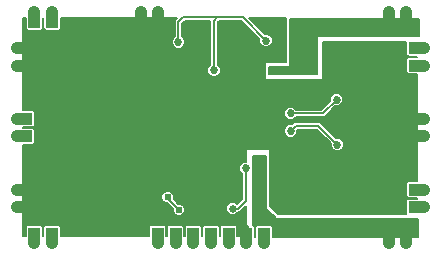
<source format=gbr>
G04 #@! TF.FileFunction,Copper,L2,Bot,Signal*
%FSLAX46Y46*%
G04 Gerber Fmt 4.6, Leading zero omitted, Abs format (unit mm)*
G04 Created by KiCad (PCBNEW (2015-09-15 BZR 13, Git 37c8462)-brewed_product) date Thursday, 17 September 2015 'pmt' 19:10:14*
%MOMM*%
G01*
G04 APERTURE LIST*
%ADD10C,0.020000*%
%ADD11C,0.609600*%
%ADD12C,1.041400*%
%ADD13R,1.000000X1.200000*%
%ADD14R,1.200000X1.000000*%
%ADD15C,0.700000*%
%ADD16C,0.635000*%
%ADD17C,0.685800*%
%ADD18C,0.200000*%
%ADD19C,0.152400*%
G04 APERTURE END LIST*
D10*
D11*
X138500000Y-95400000D03*
X138500000Y-94400000D03*
X138500000Y-93400000D03*
X138500000Y-92400000D03*
X138500000Y-106100000D03*
X138500000Y-105100000D03*
X138500000Y-104100000D03*
X138500000Y-103100000D03*
X138500000Y-102100000D03*
X131950000Y-102725000D03*
X132300000Y-102000000D03*
X133300000Y-94300000D03*
X134100000Y-94300000D03*
X130000000Y-91700000D03*
X127500000Y-91700000D03*
X133400000Y-98725000D03*
X134150000Y-98750000D03*
X134200000Y-103000000D03*
X133200000Y-103000000D03*
X121900000Y-95000000D03*
X121100000Y-95000000D03*
X122700000Y-95000000D03*
X122800000Y-102000000D03*
X122000000Y-102000000D03*
X121200000Y-102000000D03*
X143900000Y-98500000D03*
X143900000Y-99900000D03*
X143500000Y-99200000D03*
X143100000Y-99900000D03*
X142300000Y-99900000D03*
X141500000Y-99900000D03*
X141900000Y-99200000D03*
X142700000Y-99200000D03*
X143100000Y-98500000D03*
X142300000Y-98500000D03*
X141500000Y-98500000D03*
D12*
X127950000Y-109000000D03*
D13*
X130950000Y-108300000D03*
D12*
X129450000Y-109000000D03*
X130950000Y-109000000D03*
X126450000Y-109000000D03*
X124950000Y-109000000D03*
X123450000Y-109000000D03*
D13*
X129450000Y-108300000D03*
X127950000Y-108300000D03*
X126450000Y-108300000D03*
X124950000Y-108300000D03*
X123450000Y-108300000D03*
D14*
X112200000Y-104500000D03*
D12*
X111500000Y-106000000D03*
X111500000Y-104500000D03*
D14*
X112200000Y-106000000D03*
X112200000Y-92500000D03*
D12*
X111500000Y-94000000D03*
X111500000Y-92500000D03*
D14*
X112200000Y-94000000D03*
D13*
X123500000Y-90200000D03*
D12*
X122000000Y-89500000D03*
X123500000Y-89500000D03*
D13*
X122000000Y-90200000D03*
D14*
X145300000Y-100000000D03*
D12*
X146000000Y-98500000D03*
X146000000Y-100000000D03*
D14*
X145300000Y-98500000D03*
D13*
X113000000Y-108300000D03*
D12*
X114500000Y-109000000D03*
X113000000Y-109000000D03*
D13*
X114500000Y-108300000D03*
X114500000Y-90200000D03*
D12*
X113000000Y-89500000D03*
X114500000Y-89500000D03*
D13*
X113000000Y-90200000D03*
D14*
X145300000Y-106000000D03*
D12*
X146000000Y-104500000D03*
X146000000Y-106000000D03*
D14*
X145300000Y-104500000D03*
X145300000Y-94000000D03*
D12*
X146000000Y-92500000D03*
X146000000Y-94000000D03*
D14*
X145300000Y-92500000D03*
D13*
X144500000Y-90200000D03*
D12*
X143000000Y-89500000D03*
X144500000Y-89500000D03*
D13*
X143000000Y-90200000D03*
X143000000Y-108300000D03*
D12*
X144500000Y-109000000D03*
X143000000Y-109000000D03*
D13*
X144500000Y-108300000D03*
D14*
X112200000Y-98500000D03*
D12*
X111500000Y-100000000D03*
X111500000Y-98500000D03*
D14*
X112200000Y-100000000D03*
D13*
X132450000Y-108300000D03*
D12*
X132450000Y-109000000D03*
D15*
X128500000Y-98500000D03*
X129500000Y-98500000D03*
X130500000Y-98500000D03*
X130500000Y-97500000D03*
X130500000Y-96500000D03*
X129500000Y-96500000D03*
X129500000Y-97500000D03*
X128500000Y-97500000D03*
X128500000Y-96500000D03*
X127500000Y-96500000D03*
X127500000Y-97500000D03*
X126500000Y-96500000D03*
X126500000Y-97500000D03*
X126500000Y-98500000D03*
X127500000Y-98500000D03*
X126500000Y-99500000D03*
X126500000Y-100500000D03*
X127500000Y-100500000D03*
X127500000Y-99500000D03*
X128500000Y-99500000D03*
X128500000Y-100500000D03*
X129500000Y-100500000D03*
X129500000Y-99500000D03*
X130500000Y-99500000D03*
X130500000Y-100500000D03*
D16*
X130000000Y-105300000D03*
D17*
X122100000Y-91800000D03*
X133900000Y-90800000D03*
X132200000Y-93900000D03*
X125100000Y-102800000D03*
X123700000Y-103900000D03*
D16*
X129792231Y-106100000D03*
D17*
X130900000Y-102700000D03*
X132602676Y-91875636D03*
X125200000Y-92000000D03*
X128200000Y-94400000D03*
X138650000Y-100700000D03*
X134700000Y-99550000D03*
X138593658Y-96875894D03*
X134700000Y-98050000D03*
D11*
X124293294Y-105131580D03*
X125232806Y-106217908D03*
D18*
X128200000Y-90200000D02*
X128200000Y-94400000D01*
X128500000Y-89900000D02*
X128200000Y-90200000D01*
X130241243Y-106100000D02*
X129792231Y-106100000D01*
X130900000Y-102700000D02*
X130900000Y-105441243D01*
X130900000Y-105441243D02*
X130241243Y-106100000D01*
X130627040Y-89900000D02*
X132602676Y-91875636D01*
X128500000Y-89900000D02*
X130627040Y-89900000D01*
X125200000Y-90300000D02*
X125600000Y-89900000D01*
X125600000Y-89900000D02*
X128500000Y-89900000D01*
X125200000Y-92000000D02*
X125200000Y-90300000D01*
X135150000Y-99100000D02*
X137050000Y-99100000D01*
X137050000Y-99100000D02*
X138650000Y-100700000D01*
X134700000Y-99550000D02*
X135150000Y-99100000D01*
X137419552Y-98050000D02*
X138593658Y-96875894D01*
X134700000Y-98050000D02*
X137419552Y-98050000D01*
X124293294Y-105278396D02*
X124293294Y-105131580D01*
X125232806Y-106217908D02*
X124293294Y-105278396D01*
D19*
G36*
X145523800Y-91523800D02*
X137000000Y-91523800D01*
X136970354Y-91529803D01*
X136945379Y-91546868D01*
X136929011Y-91572305D01*
X136923800Y-91600000D01*
X136923800Y-94723800D01*
X132876200Y-94723800D01*
X132876200Y-94076200D01*
X134600000Y-94076200D01*
X134629646Y-94070197D01*
X134654621Y-94053132D01*
X134670989Y-94027695D01*
X134676200Y-94000000D01*
X134676200Y-90076200D01*
X145523800Y-90076200D01*
X145523800Y-91523800D01*
X145523800Y-91523800D01*
G37*
X145523800Y-91523800D02*
X137000000Y-91523800D01*
X136970354Y-91529803D01*
X136945379Y-91546868D01*
X136929011Y-91572305D01*
X136923800Y-91600000D01*
X136923800Y-94723800D01*
X132876200Y-94723800D01*
X132876200Y-94076200D01*
X134600000Y-94076200D01*
X134629646Y-94070197D01*
X134654621Y-94053132D01*
X134670989Y-94027695D01*
X134676200Y-94000000D01*
X134676200Y-90076200D01*
X145523800Y-90076200D01*
X145523800Y-91523800D01*
G36*
X132598801Y-106050423D02*
X132604969Y-106080036D01*
X132621118Y-106103882D01*
X133446118Y-106928882D01*
X133471327Y-106945599D01*
X133500000Y-106951200D01*
X145473800Y-106951200D01*
X145473800Y-108473800D01*
X133183078Y-108473800D01*
X133183078Y-107700000D01*
X133167138Y-107615286D01*
X133117072Y-107537482D01*
X133040680Y-107485285D01*
X132950000Y-107466922D01*
X131950000Y-107466922D01*
X131865286Y-107482862D01*
X131787482Y-107532928D01*
X131735285Y-107609320D01*
X131716922Y-107700000D01*
X131716922Y-108473800D01*
X131683078Y-108473800D01*
X131683078Y-107700000D01*
X131667138Y-107615286D01*
X131617072Y-107537482D01*
X131540680Y-107485285D01*
X131526200Y-107482353D01*
X131526200Y-101626200D01*
X132574222Y-101626200D01*
X132598801Y-106050423D01*
X132598801Y-106050423D01*
G37*
X132598801Y-106050423D02*
X132604969Y-106080036D01*
X132621118Y-106103882D01*
X133446118Y-106928882D01*
X133471327Y-106945599D01*
X133500000Y-106951200D01*
X145473800Y-106951200D01*
X145473800Y-108473800D01*
X133183078Y-108473800D01*
X133183078Y-107700000D01*
X133167138Y-107615286D01*
X133117072Y-107537482D01*
X133040680Y-107485285D01*
X132950000Y-107466922D01*
X131950000Y-107466922D01*
X131865286Y-107482862D01*
X131787482Y-107532928D01*
X131735285Y-107609320D01*
X131716922Y-107700000D01*
X131716922Y-108473800D01*
X131683078Y-108473800D01*
X131683078Y-107700000D01*
X131667138Y-107615286D01*
X131617072Y-107537482D01*
X131540680Y-107485285D01*
X131526200Y-107482353D01*
X131526200Y-101626200D01*
X132574222Y-101626200D01*
X132598801Y-106050423D01*
G36*
X112266922Y-90800000D02*
X112282862Y-90884714D01*
X112332928Y-90962518D01*
X112409320Y-91014715D01*
X112500000Y-91033078D01*
X113500000Y-91033078D01*
X113584714Y-91017138D01*
X113662518Y-90967072D01*
X113714715Y-90890680D01*
X113733078Y-90800000D01*
X113733078Y-89976200D01*
X113766922Y-89976200D01*
X113766922Y-90800000D01*
X113782862Y-90884714D01*
X113832928Y-90962518D01*
X113909320Y-91014715D01*
X114000000Y-91033078D01*
X115000000Y-91033078D01*
X115084714Y-91017138D01*
X115162518Y-90967072D01*
X115214715Y-90890680D01*
X115233078Y-90800000D01*
X115233078Y-89976200D01*
X125059090Y-89976200D01*
X124967645Y-90067645D01*
X124896413Y-90174250D01*
X124871400Y-90300000D01*
X124871400Y-91520509D01*
X124715789Y-91675849D01*
X124628600Y-91885823D01*
X124628401Y-92113180D01*
X124715224Y-92323306D01*
X124875849Y-92484211D01*
X125085823Y-92571400D01*
X125313180Y-92571599D01*
X125523306Y-92484776D01*
X125684211Y-92324151D01*
X125771400Y-92114177D01*
X125771599Y-91886820D01*
X125684776Y-91676694D01*
X125528600Y-91520246D01*
X125528600Y-90436110D01*
X125736111Y-90228600D01*
X127871400Y-90228600D01*
X127871400Y-93920509D01*
X127715789Y-94075849D01*
X127628600Y-94285823D01*
X127628401Y-94513180D01*
X127715224Y-94723306D01*
X127875849Y-94884211D01*
X128085823Y-94971400D01*
X128313180Y-94971599D01*
X128523306Y-94884776D01*
X128684211Y-94724151D01*
X128771400Y-94514177D01*
X128771599Y-94286820D01*
X128684776Y-94076694D01*
X128528600Y-93920246D01*
X128528600Y-90336110D01*
X128636110Y-90228600D01*
X130490930Y-90228600D01*
X132031269Y-91768939D01*
X132031077Y-91988816D01*
X132117900Y-92198942D01*
X132278525Y-92359847D01*
X132488499Y-92447036D01*
X132715856Y-92447235D01*
X132925982Y-92360412D01*
X133086887Y-92199787D01*
X133174076Y-91989813D01*
X133174275Y-91762456D01*
X133087452Y-91552330D01*
X132926827Y-91391425D01*
X132716853Y-91304236D01*
X132495793Y-91304043D01*
X131167950Y-89976200D01*
X134323800Y-89976200D01*
X134323800Y-93723800D01*
X132600000Y-93723800D01*
X132570354Y-93729803D01*
X132545379Y-93746868D01*
X132529011Y-93772305D01*
X132523800Y-93800000D01*
X132523800Y-95100000D01*
X132529803Y-95129646D01*
X132546868Y-95154621D01*
X132572305Y-95170989D01*
X132600000Y-95176200D01*
X137400000Y-95176200D01*
X137429646Y-95170197D01*
X137454621Y-95153132D01*
X137470989Y-95127695D01*
X137476200Y-95100000D01*
X137476200Y-91976200D01*
X144471742Y-91976200D01*
X144466922Y-92000000D01*
X144466922Y-93000000D01*
X144482862Y-93084714D01*
X144532928Y-93162518D01*
X144609320Y-93214715D01*
X144700000Y-93233078D01*
X145423800Y-93233078D01*
X145423800Y-93266922D01*
X144700000Y-93266922D01*
X144615286Y-93282862D01*
X144537482Y-93332928D01*
X144485285Y-93409320D01*
X144466922Y-93500000D01*
X144466922Y-94500000D01*
X144482862Y-94584714D01*
X144532928Y-94662518D01*
X144609320Y-94714715D01*
X144700000Y-94733078D01*
X145423800Y-94733078D01*
X145423800Y-103766922D01*
X144700000Y-103766922D01*
X144615286Y-103782862D01*
X144537482Y-103832928D01*
X144485285Y-103909320D01*
X144466922Y-104000000D01*
X144466922Y-105000000D01*
X144482862Y-105084714D01*
X144532928Y-105162518D01*
X144609320Y-105214715D01*
X144700000Y-105233078D01*
X145423800Y-105233078D01*
X145423800Y-105266922D01*
X144700000Y-105266922D01*
X144615286Y-105282862D01*
X144537482Y-105332928D01*
X144485285Y-105409320D01*
X144466922Y-105500000D01*
X144466922Y-106500000D01*
X144471400Y-106523800D01*
X133631564Y-106523800D01*
X132976200Y-105868436D01*
X132976200Y-101100000D01*
X132970197Y-101070354D01*
X132953132Y-101045379D01*
X132927695Y-101029011D01*
X132900000Y-101023800D01*
X131000000Y-101023800D01*
X130970354Y-101029803D01*
X130945379Y-101046868D01*
X130929011Y-101072305D01*
X130923800Y-101100000D01*
X130923800Y-102128521D01*
X130786820Y-102128401D01*
X130576694Y-102215224D01*
X130415789Y-102375849D01*
X130328600Y-102585823D01*
X130328401Y-102813180D01*
X130415224Y-103023306D01*
X130571400Y-103179754D01*
X130571400Y-105305133D01*
X130170540Y-105705993D01*
X130101976Y-105637309D01*
X129901334Y-105553995D01*
X129684082Y-105553805D01*
X129483294Y-105636769D01*
X129329540Y-105790255D01*
X129246226Y-105990897D01*
X129246036Y-106208149D01*
X129329000Y-106408937D01*
X129482486Y-106562691D01*
X129683128Y-106646005D01*
X129900380Y-106646195D01*
X130101168Y-106563231D01*
X130236034Y-106428600D01*
X130241243Y-106428600D01*
X130366993Y-106403587D01*
X130473598Y-106332355D01*
X130923800Y-105882153D01*
X130923800Y-107500000D01*
X130929803Y-107529646D01*
X130946868Y-107554621D01*
X130972305Y-107570989D01*
X131000000Y-107576200D01*
X131123800Y-107576200D01*
X131123800Y-108423800D01*
X130183078Y-108423800D01*
X130183078Y-107700000D01*
X130167138Y-107615286D01*
X130117072Y-107537482D01*
X130040680Y-107485285D01*
X129950000Y-107466922D01*
X128950000Y-107466922D01*
X128865286Y-107482862D01*
X128787482Y-107532928D01*
X128735285Y-107609320D01*
X128716922Y-107700000D01*
X128716922Y-108423800D01*
X128683078Y-108423800D01*
X128683078Y-107700000D01*
X128667138Y-107615286D01*
X128617072Y-107537482D01*
X128540680Y-107485285D01*
X128450000Y-107466922D01*
X127450000Y-107466922D01*
X127365286Y-107482862D01*
X127287482Y-107532928D01*
X127235285Y-107609320D01*
X127216922Y-107700000D01*
X127216922Y-108423800D01*
X127183078Y-108423800D01*
X127183078Y-107700000D01*
X127167138Y-107615286D01*
X127117072Y-107537482D01*
X127040680Y-107485285D01*
X126950000Y-107466922D01*
X125950000Y-107466922D01*
X125865286Y-107482862D01*
X125787482Y-107532928D01*
X125735285Y-107609320D01*
X125716922Y-107700000D01*
X125716922Y-108423800D01*
X125683078Y-108423800D01*
X125683078Y-107700000D01*
X125667138Y-107615286D01*
X125617072Y-107537482D01*
X125540680Y-107485285D01*
X125450000Y-107466922D01*
X124450000Y-107466922D01*
X124365286Y-107482862D01*
X124287482Y-107532928D01*
X124235285Y-107609320D01*
X124216922Y-107700000D01*
X124216922Y-108423800D01*
X124183078Y-108423800D01*
X124183078Y-107700000D01*
X124167138Y-107615286D01*
X124117072Y-107537482D01*
X124040680Y-107485285D01*
X123950000Y-107466922D01*
X122950000Y-107466922D01*
X122865286Y-107482862D01*
X122787482Y-107532928D01*
X122735285Y-107609320D01*
X122716922Y-107700000D01*
X122716922Y-108423800D01*
X115233078Y-108423800D01*
X115233078Y-107700000D01*
X115217138Y-107615286D01*
X115167072Y-107537482D01*
X115090680Y-107485285D01*
X115000000Y-107466922D01*
X114000000Y-107466922D01*
X113915286Y-107482862D01*
X113837482Y-107532928D01*
X113785285Y-107609320D01*
X113766922Y-107700000D01*
X113766922Y-108423800D01*
X113733078Y-108423800D01*
X113733078Y-107700000D01*
X113717138Y-107615286D01*
X113667072Y-107537482D01*
X113590680Y-107485285D01*
X113500000Y-107466922D01*
X112500000Y-107466922D01*
X112415286Y-107482862D01*
X112337482Y-107532928D01*
X112285285Y-107609320D01*
X112266922Y-107700000D01*
X112266922Y-108423800D01*
X112076200Y-108423800D01*
X112076200Y-105237214D01*
X123759802Y-105237214D01*
X123840836Y-105433332D01*
X123990753Y-105583511D01*
X124186729Y-105664887D01*
X124215100Y-105664912D01*
X124699466Y-106149279D01*
X124699314Y-106323542D01*
X124780348Y-106519660D01*
X124930265Y-106669839D01*
X125126241Y-106751215D01*
X125338440Y-106751400D01*
X125534558Y-106670366D01*
X125684737Y-106520449D01*
X125766113Y-106324473D01*
X125766298Y-106112274D01*
X125685264Y-105916156D01*
X125535347Y-105765977D01*
X125339371Y-105684601D01*
X125164057Y-105684448D01*
X124794665Y-105315056D01*
X124826601Y-105238145D01*
X124826786Y-105025946D01*
X124745752Y-104829828D01*
X124595835Y-104679649D01*
X124399859Y-104598273D01*
X124187660Y-104598088D01*
X123991542Y-104679122D01*
X123841363Y-104829039D01*
X123759987Y-105025015D01*
X123759802Y-105237214D01*
X112076200Y-105237214D01*
X112076200Y-100733078D01*
X112800000Y-100733078D01*
X112884714Y-100717138D01*
X112962518Y-100667072D01*
X113014715Y-100590680D01*
X113033078Y-100500000D01*
X113033078Y-99663180D01*
X134128401Y-99663180D01*
X134215224Y-99873306D01*
X134375849Y-100034211D01*
X134585823Y-100121400D01*
X134813180Y-100121599D01*
X135023306Y-100034776D01*
X135184211Y-99874151D01*
X135271400Y-99664177D01*
X135271593Y-99443117D01*
X135286110Y-99428600D01*
X136913890Y-99428600D01*
X138078593Y-100593304D01*
X138078401Y-100813180D01*
X138165224Y-101023306D01*
X138325849Y-101184211D01*
X138535823Y-101271400D01*
X138763180Y-101271599D01*
X138973306Y-101184776D01*
X139134211Y-101024151D01*
X139221400Y-100814177D01*
X139221599Y-100586820D01*
X139134776Y-100376694D01*
X138974151Y-100215789D01*
X138764177Y-100128600D01*
X138543117Y-100128407D01*
X137282355Y-98867645D01*
X137175750Y-98796413D01*
X137050000Y-98771400D01*
X135150000Y-98771400D01*
X135024250Y-98796413D01*
X134917645Y-98867645D01*
X134806697Y-98978593D01*
X134586820Y-98978401D01*
X134376694Y-99065224D01*
X134215789Y-99225849D01*
X134128600Y-99435823D01*
X134128401Y-99663180D01*
X113033078Y-99663180D01*
X113033078Y-99500000D01*
X113017138Y-99415286D01*
X112967072Y-99337482D01*
X112890680Y-99285285D01*
X112800000Y-99266922D01*
X112076200Y-99266922D01*
X112076200Y-99233078D01*
X112800000Y-99233078D01*
X112884714Y-99217138D01*
X112962518Y-99167072D01*
X113014715Y-99090680D01*
X113033078Y-99000000D01*
X113033078Y-98163180D01*
X134128401Y-98163180D01*
X134215224Y-98373306D01*
X134375849Y-98534211D01*
X134585823Y-98621400D01*
X134813180Y-98621599D01*
X135023306Y-98534776D01*
X135179754Y-98378600D01*
X137419552Y-98378600D01*
X137545302Y-98353587D01*
X137651907Y-98282355D01*
X138486962Y-97447301D01*
X138706838Y-97447493D01*
X138916964Y-97360670D01*
X139077869Y-97200045D01*
X139165058Y-96990071D01*
X139165257Y-96762714D01*
X139078434Y-96552588D01*
X138917809Y-96391683D01*
X138707835Y-96304494D01*
X138480478Y-96304295D01*
X138270352Y-96391118D01*
X138109447Y-96551743D01*
X138022258Y-96761717D01*
X138022065Y-96982777D01*
X137283442Y-97721400D01*
X135179491Y-97721400D01*
X135024151Y-97565789D01*
X134814177Y-97478600D01*
X134586820Y-97478401D01*
X134376694Y-97565224D01*
X134215789Y-97725849D01*
X134128600Y-97935823D01*
X134128401Y-98163180D01*
X113033078Y-98163180D01*
X113033078Y-98000000D01*
X113017138Y-97915286D01*
X112967072Y-97837482D01*
X112890680Y-97785285D01*
X112800000Y-97766922D01*
X112076200Y-97766922D01*
X112076200Y-89976200D01*
X112266922Y-89976200D01*
X112266922Y-90800000D01*
X112266922Y-90800000D01*
G37*
X112266922Y-90800000D02*
X112282862Y-90884714D01*
X112332928Y-90962518D01*
X112409320Y-91014715D01*
X112500000Y-91033078D01*
X113500000Y-91033078D01*
X113584714Y-91017138D01*
X113662518Y-90967072D01*
X113714715Y-90890680D01*
X113733078Y-90800000D01*
X113733078Y-89976200D01*
X113766922Y-89976200D01*
X113766922Y-90800000D01*
X113782862Y-90884714D01*
X113832928Y-90962518D01*
X113909320Y-91014715D01*
X114000000Y-91033078D01*
X115000000Y-91033078D01*
X115084714Y-91017138D01*
X115162518Y-90967072D01*
X115214715Y-90890680D01*
X115233078Y-90800000D01*
X115233078Y-89976200D01*
X125059090Y-89976200D01*
X124967645Y-90067645D01*
X124896413Y-90174250D01*
X124871400Y-90300000D01*
X124871400Y-91520509D01*
X124715789Y-91675849D01*
X124628600Y-91885823D01*
X124628401Y-92113180D01*
X124715224Y-92323306D01*
X124875849Y-92484211D01*
X125085823Y-92571400D01*
X125313180Y-92571599D01*
X125523306Y-92484776D01*
X125684211Y-92324151D01*
X125771400Y-92114177D01*
X125771599Y-91886820D01*
X125684776Y-91676694D01*
X125528600Y-91520246D01*
X125528600Y-90436110D01*
X125736111Y-90228600D01*
X127871400Y-90228600D01*
X127871400Y-93920509D01*
X127715789Y-94075849D01*
X127628600Y-94285823D01*
X127628401Y-94513180D01*
X127715224Y-94723306D01*
X127875849Y-94884211D01*
X128085823Y-94971400D01*
X128313180Y-94971599D01*
X128523306Y-94884776D01*
X128684211Y-94724151D01*
X128771400Y-94514177D01*
X128771599Y-94286820D01*
X128684776Y-94076694D01*
X128528600Y-93920246D01*
X128528600Y-90336110D01*
X128636110Y-90228600D01*
X130490930Y-90228600D01*
X132031269Y-91768939D01*
X132031077Y-91988816D01*
X132117900Y-92198942D01*
X132278525Y-92359847D01*
X132488499Y-92447036D01*
X132715856Y-92447235D01*
X132925982Y-92360412D01*
X133086887Y-92199787D01*
X133174076Y-91989813D01*
X133174275Y-91762456D01*
X133087452Y-91552330D01*
X132926827Y-91391425D01*
X132716853Y-91304236D01*
X132495793Y-91304043D01*
X131167950Y-89976200D01*
X134323800Y-89976200D01*
X134323800Y-93723800D01*
X132600000Y-93723800D01*
X132570354Y-93729803D01*
X132545379Y-93746868D01*
X132529011Y-93772305D01*
X132523800Y-93800000D01*
X132523800Y-95100000D01*
X132529803Y-95129646D01*
X132546868Y-95154621D01*
X132572305Y-95170989D01*
X132600000Y-95176200D01*
X137400000Y-95176200D01*
X137429646Y-95170197D01*
X137454621Y-95153132D01*
X137470989Y-95127695D01*
X137476200Y-95100000D01*
X137476200Y-91976200D01*
X144471742Y-91976200D01*
X144466922Y-92000000D01*
X144466922Y-93000000D01*
X144482862Y-93084714D01*
X144532928Y-93162518D01*
X144609320Y-93214715D01*
X144700000Y-93233078D01*
X145423800Y-93233078D01*
X145423800Y-93266922D01*
X144700000Y-93266922D01*
X144615286Y-93282862D01*
X144537482Y-93332928D01*
X144485285Y-93409320D01*
X144466922Y-93500000D01*
X144466922Y-94500000D01*
X144482862Y-94584714D01*
X144532928Y-94662518D01*
X144609320Y-94714715D01*
X144700000Y-94733078D01*
X145423800Y-94733078D01*
X145423800Y-103766922D01*
X144700000Y-103766922D01*
X144615286Y-103782862D01*
X144537482Y-103832928D01*
X144485285Y-103909320D01*
X144466922Y-104000000D01*
X144466922Y-105000000D01*
X144482862Y-105084714D01*
X144532928Y-105162518D01*
X144609320Y-105214715D01*
X144700000Y-105233078D01*
X145423800Y-105233078D01*
X145423800Y-105266922D01*
X144700000Y-105266922D01*
X144615286Y-105282862D01*
X144537482Y-105332928D01*
X144485285Y-105409320D01*
X144466922Y-105500000D01*
X144466922Y-106500000D01*
X144471400Y-106523800D01*
X133631564Y-106523800D01*
X132976200Y-105868436D01*
X132976200Y-101100000D01*
X132970197Y-101070354D01*
X132953132Y-101045379D01*
X132927695Y-101029011D01*
X132900000Y-101023800D01*
X131000000Y-101023800D01*
X130970354Y-101029803D01*
X130945379Y-101046868D01*
X130929011Y-101072305D01*
X130923800Y-101100000D01*
X130923800Y-102128521D01*
X130786820Y-102128401D01*
X130576694Y-102215224D01*
X130415789Y-102375849D01*
X130328600Y-102585823D01*
X130328401Y-102813180D01*
X130415224Y-103023306D01*
X130571400Y-103179754D01*
X130571400Y-105305133D01*
X130170540Y-105705993D01*
X130101976Y-105637309D01*
X129901334Y-105553995D01*
X129684082Y-105553805D01*
X129483294Y-105636769D01*
X129329540Y-105790255D01*
X129246226Y-105990897D01*
X129246036Y-106208149D01*
X129329000Y-106408937D01*
X129482486Y-106562691D01*
X129683128Y-106646005D01*
X129900380Y-106646195D01*
X130101168Y-106563231D01*
X130236034Y-106428600D01*
X130241243Y-106428600D01*
X130366993Y-106403587D01*
X130473598Y-106332355D01*
X130923800Y-105882153D01*
X130923800Y-107500000D01*
X130929803Y-107529646D01*
X130946868Y-107554621D01*
X130972305Y-107570989D01*
X131000000Y-107576200D01*
X131123800Y-107576200D01*
X131123800Y-108423800D01*
X130183078Y-108423800D01*
X130183078Y-107700000D01*
X130167138Y-107615286D01*
X130117072Y-107537482D01*
X130040680Y-107485285D01*
X129950000Y-107466922D01*
X128950000Y-107466922D01*
X128865286Y-107482862D01*
X128787482Y-107532928D01*
X128735285Y-107609320D01*
X128716922Y-107700000D01*
X128716922Y-108423800D01*
X128683078Y-108423800D01*
X128683078Y-107700000D01*
X128667138Y-107615286D01*
X128617072Y-107537482D01*
X128540680Y-107485285D01*
X128450000Y-107466922D01*
X127450000Y-107466922D01*
X127365286Y-107482862D01*
X127287482Y-107532928D01*
X127235285Y-107609320D01*
X127216922Y-107700000D01*
X127216922Y-108423800D01*
X127183078Y-108423800D01*
X127183078Y-107700000D01*
X127167138Y-107615286D01*
X127117072Y-107537482D01*
X127040680Y-107485285D01*
X126950000Y-107466922D01*
X125950000Y-107466922D01*
X125865286Y-107482862D01*
X125787482Y-107532928D01*
X125735285Y-107609320D01*
X125716922Y-107700000D01*
X125716922Y-108423800D01*
X125683078Y-108423800D01*
X125683078Y-107700000D01*
X125667138Y-107615286D01*
X125617072Y-107537482D01*
X125540680Y-107485285D01*
X125450000Y-107466922D01*
X124450000Y-107466922D01*
X124365286Y-107482862D01*
X124287482Y-107532928D01*
X124235285Y-107609320D01*
X124216922Y-107700000D01*
X124216922Y-108423800D01*
X124183078Y-108423800D01*
X124183078Y-107700000D01*
X124167138Y-107615286D01*
X124117072Y-107537482D01*
X124040680Y-107485285D01*
X123950000Y-107466922D01*
X122950000Y-107466922D01*
X122865286Y-107482862D01*
X122787482Y-107532928D01*
X122735285Y-107609320D01*
X122716922Y-107700000D01*
X122716922Y-108423800D01*
X115233078Y-108423800D01*
X115233078Y-107700000D01*
X115217138Y-107615286D01*
X115167072Y-107537482D01*
X115090680Y-107485285D01*
X115000000Y-107466922D01*
X114000000Y-107466922D01*
X113915286Y-107482862D01*
X113837482Y-107532928D01*
X113785285Y-107609320D01*
X113766922Y-107700000D01*
X113766922Y-108423800D01*
X113733078Y-108423800D01*
X113733078Y-107700000D01*
X113717138Y-107615286D01*
X113667072Y-107537482D01*
X113590680Y-107485285D01*
X113500000Y-107466922D01*
X112500000Y-107466922D01*
X112415286Y-107482862D01*
X112337482Y-107532928D01*
X112285285Y-107609320D01*
X112266922Y-107700000D01*
X112266922Y-108423800D01*
X112076200Y-108423800D01*
X112076200Y-105237214D01*
X123759802Y-105237214D01*
X123840836Y-105433332D01*
X123990753Y-105583511D01*
X124186729Y-105664887D01*
X124215100Y-105664912D01*
X124699466Y-106149279D01*
X124699314Y-106323542D01*
X124780348Y-106519660D01*
X124930265Y-106669839D01*
X125126241Y-106751215D01*
X125338440Y-106751400D01*
X125534558Y-106670366D01*
X125684737Y-106520449D01*
X125766113Y-106324473D01*
X125766298Y-106112274D01*
X125685264Y-105916156D01*
X125535347Y-105765977D01*
X125339371Y-105684601D01*
X125164057Y-105684448D01*
X124794665Y-105315056D01*
X124826601Y-105238145D01*
X124826786Y-105025946D01*
X124745752Y-104829828D01*
X124595835Y-104679649D01*
X124399859Y-104598273D01*
X124187660Y-104598088D01*
X123991542Y-104679122D01*
X123841363Y-104829039D01*
X123759987Y-105025015D01*
X123759802Y-105237214D01*
X112076200Y-105237214D01*
X112076200Y-100733078D01*
X112800000Y-100733078D01*
X112884714Y-100717138D01*
X112962518Y-100667072D01*
X113014715Y-100590680D01*
X113033078Y-100500000D01*
X113033078Y-99663180D01*
X134128401Y-99663180D01*
X134215224Y-99873306D01*
X134375849Y-100034211D01*
X134585823Y-100121400D01*
X134813180Y-100121599D01*
X135023306Y-100034776D01*
X135184211Y-99874151D01*
X135271400Y-99664177D01*
X135271593Y-99443117D01*
X135286110Y-99428600D01*
X136913890Y-99428600D01*
X138078593Y-100593304D01*
X138078401Y-100813180D01*
X138165224Y-101023306D01*
X138325849Y-101184211D01*
X138535823Y-101271400D01*
X138763180Y-101271599D01*
X138973306Y-101184776D01*
X139134211Y-101024151D01*
X139221400Y-100814177D01*
X139221599Y-100586820D01*
X139134776Y-100376694D01*
X138974151Y-100215789D01*
X138764177Y-100128600D01*
X138543117Y-100128407D01*
X137282355Y-98867645D01*
X137175750Y-98796413D01*
X137050000Y-98771400D01*
X135150000Y-98771400D01*
X135024250Y-98796413D01*
X134917645Y-98867645D01*
X134806697Y-98978593D01*
X134586820Y-98978401D01*
X134376694Y-99065224D01*
X134215789Y-99225849D01*
X134128600Y-99435823D01*
X134128401Y-99663180D01*
X113033078Y-99663180D01*
X113033078Y-99500000D01*
X113017138Y-99415286D01*
X112967072Y-99337482D01*
X112890680Y-99285285D01*
X112800000Y-99266922D01*
X112076200Y-99266922D01*
X112076200Y-99233078D01*
X112800000Y-99233078D01*
X112884714Y-99217138D01*
X112962518Y-99167072D01*
X113014715Y-99090680D01*
X113033078Y-99000000D01*
X113033078Y-98163180D01*
X134128401Y-98163180D01*
X134215224Y-98373306D01*
X134375849Y-98534211D01*
X134585823Y-98621400D01*
X134813180Y-98621599D01*
X135023306Y-98534776D01*
X135179754Y-98378600D01*
X137419552Y-98378600D01*
X137545302Y-98353587D01*
X137651907Y-98282355D01*
X138486962Y-97447301D01*
X138706838Y-97447493D01*
X138916964Y-97360670D01*
X139077869Y-97200045D01*
X139165058Y-96990071D01*
X139165257Y-96762714D01*
X139078434Y-96552588D01*
X138917809Y-96391683D01*
X138707835Y-96304494D01*
X138480478Y-96304295D01*
X138270352Y-96391118D01*
X138109447Y-96551743D01*
X138022258Y-96761717D01*
X138022065Y-96982777D01*
X137283442Y-97721400D01*
X135179491Y-97721400D01*
X135024151Y-97565789D01*
X134814177Y-97478600D01*
X134586820Y-97478401D01*
X134376694Y-97565224D01*
X134215789Y-97725849D01*
X134128600Y-97935823D01*
X134128401Y-98163180D01*
X113033078Y-98163180D01*
X113033078Y-98000000D01*
X113017138Y-97915286D01*
X112967072Y-97837482D01*
X112890680Y-97785285D01*
X112800000Y-97766922D01*
X112076200Y-97766922D01*
X112076200Y-89976200D01*
X112266922Y-89976200D01*
X112266922Y-90800000D01*
M02*

</source>
